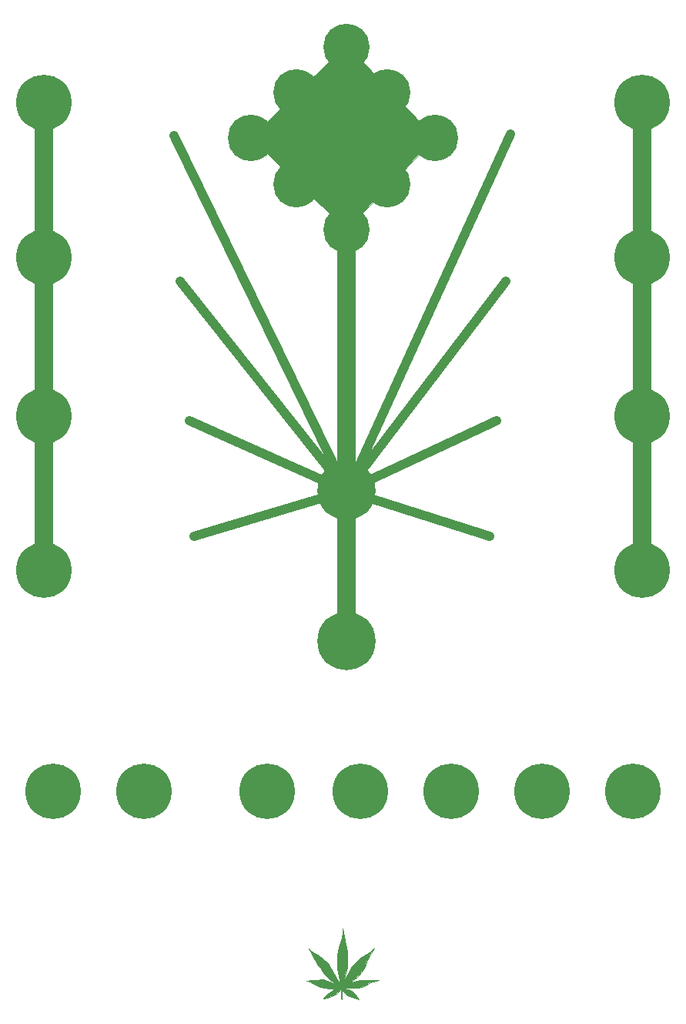
<source format=gbr>
G04 #@! TF.GenerationSoftware,KiCad,Pcbnew,(5.1.5-0)*
G04 #@! TF.CreationDate,2021-01-20T17:05:57-08:00*
G04 #@! TF.ProjectId,1050mixerseq,31303530-6d69-4786-9572-7365712e6b69,rev?*
G04 #@! TF.SameCoordinates,Original*
G04 #@! TF.FileFunction,Copper,L1,Top*
G04 #@! TF.FilePolarity,Positive*
%FSLAX46Y46*%
G04 Gerber Fmt 4.6, Leading zero omitted, Abs format (unit mm)*
G04 Created by KiCad (PCBNEW (5.1.5-0)) date 2021-01-20 17:05:57*
%MOMM*%
%LPD*%
G04 APERTURE LIST*
%ADD10C,2.000000*%
%ADD11C,1.000000*%
%ADD12C,0.100000*%
%ADD13C,6.400000*%
%ADD14C,6.100000*%
%ADD15C,5.100000*%
G04 APERTURE END LIST*
D10*
X7750000Y-26500000D02*
X7750000Y-78500000D01*
X73500000Y-26500000D02*
X73500000Y-78500000D01*
D11*
X41000000Y-69000000D02*
X24250000Y-74000000D01*
X41000000Y-69000000D02*
X56750000Y-74000000D01*
X41000000Y-69000000D02*
X57500000Y-61250000D01*
X41000000Y-69000000D02*
X23750000Y-61250000D01*
X41000000Y-69000000D02*
X22750000Y-46000000D01*
X41000000Y-69000000D02*
X58500000Y-46000000D01*
X41250000Y-68750000D02*
X59000000Y-29750000D01*
X41000000Y-69000000D02*
X22000000Y-30000000D01*
D10*
X41000000Y-85750000D02*
X41000000Y-31250000D01*
D12*
G36*
X50750000Y-30250000D02*
G01*
X41000000Y-40250000D01*
X30500000Y-30250000D01*
X41000000Y-20000000D01*
X50750000Y-30250000D01*
G37*
X50750000Y-30250000D02*
X41000000Y-40250000D01*
X30500000Y-30250000D01*
X41000000Y-20000000D01*
X50750000Y-30250000D01*
G36*
X37096400Y-119524900D02*
G01*
X37413900Y-119766200D01*
X37979050Y-120083700D01*
X38575950Y-120515500D01*
X38950600Y-120896500D01*
X39350650Y-121461650D01*
X39947550Y-122642750D01*
X40246000Y-123207900D01*
X40258700Y-123220600D01*
X39928500Y-123246000D01*
X39826900Y-123195200D01*
X39471300Y-122947550D01*
X39064900Y-122579250D01*
X38734700Y-122230000D01*
X38379100Y-121798200D01*
X38099700Y-121379100D01*
X37909200Y-121125100D01*
X37655200Y-120667900D01*
X37401200Y-120299600D01*
X37159900Y-119880500D01*
X36880500Y-119321700D01*
X37096400Y-119524900D01*
G37*
X37096400Y-119524900D02*
X37413900Y-119766200D01*
X37979050Y-120083700D01*
X38575950Y-120515500D01*
X38950600Y-120896500D01*
X39350650Y-121461650D01*
X39947550Y-122642750D01*
X40246000Y-123207900D01*
X40258700Y-123220600D01*
X39928500Y-123246000D01*
X39826900Y-123195200D01*
X39471300Y-122947550D01*
X39064900Y-122579250D01*
X38734700Y-122230000D01*
X38379100Y-121798200D01*
X38099700Y-121379100D01*
X37909200Y-121125100D01*
X37655200Y-120667900D01*
X37401200Y-120299600D01*
X37159900Y-119880500D01*
X36880500Y-119321700D01*
X37096400Y-119524900D01*
G36*
X38502925Y-122703075D02*
G01*
X38839475Y-122798325D01*
X39103000Y-122890400D01*
X39801500Y-123296800D01*
X39831980Y-123324740D01*
X39839600Y-123309500D01*
X39839600Y-123322200D01*
X39831980Y-123324740D01*
X39750700Y-123487300D01*
X40144400Y-123627000D01*
X39934850Y-123652400D01*
X39541150Y-123677800D01*
X39064900Y-123677800D01*
X38620400Y-123614300D01*
X38137800Y-123500000D01*
X37744100Y-123385700D01*
X37337700Y-123157100D01*
X37020200Y-122928500D01*
X36613800Y-122801500D01*
X37261500Y-122750700D01*
X37794900Y-122712600D01*
X38258450Y-122706250D01*
X38502925Y-122703075D01*
G37*
X38502925Y-122703075D02*
X38839475Y-122798325D01*
X39103000Y-122890400D01*
X39801500Y-123296800D01*
X39831980Y-123324740D01*
X39839600Y-123309500D01*
X39839600Y-123322200D01*
X39831980Y-123324740D01*
X39750700Y-123487300D01*
X40144400Y-123627000D01*
X39934850Y-123652400D01*
X39541150Y-123677800D01*
X39064900Y-123677800D01*
X38620400Y-123614300D01*
X38137800Y-123500000D01*
X37744100Y-123385700D01*
X37337700Y-123157100D01*
X37020200Y-122928500D01*
X36613800Y-122801500D01*
X37261500Y-122750700D01*
X37794900Y-122712600D01*
X38258450Y-122706250D01*
X38502925Y-122703075D01*
G36*
X40366650Y-123766700D02*
G01*
X39998350Y-124198500D01*
X39560200Y-124471550D01*
X39179200Y-124611250D01*
X38429900Y-124776350D01*
X38912500Y-124249300D01*
X39306200Y-123982600D01*
X39674500Y-123779400D01*
X40144400Y-123703200D01*
X40169800Y-123703200D01*
X40366650Y-123766700D01*
G37*
X40366650Y-123766700D02*
X39998350Y-124198500D01*
X39560200Y-124471550D01*
X39179200Y-124611250D01*
X38429900Y-124776350D01*
X38912500Y-124249300D01*
X39306200Y-123982600D01*
X39674500Y-123779400D01*
X40144400Y-123703200D01*
X40169800Y-123703200D01*
X40366650Y-123766700D01*
G36*
X40500000Y-123284100D02*
G01*
X40288862Y-123477775D01*
X40507937Y-123573025D01*
X41258825Y-124115950D01*
X41077850Y-124211200D01*
X40500000Y-123754000D01*
X40512700Y-124846200D01*
X40398400Y-124706500D01*
X40392050Y-123817500D01*
X40436500Y-123817500D01*
X40055500Y-123601600D01*
X39769750Y-123449200D01*
X39934850Y-123169800D01*
X40500000Y-123284100D01*
G37*
X40500000Y-123284100D02*
X40288862Y-123477775D01*
X40507937Y-123573025D01*
X41258825Y-124115950D01*
X41077850Y-124211200D01*
X40500000Y-123754000D01*
X40512700Y-124846200D01*
X40398400Y-124706500D01*
X40392050Y-123817500D01*
X40436500Y-123817500D01*
X40055500Y-123601600D01*
X39769750Y-123449200D01*
X39934850Y-123169800D01*
X40500000Y-123284100D01*
G36*
X41141350Y-123741300D02*
G01*
X41693800Y-124020700D01*
X42020825Y-124347725D01*
X42155763Y-124577913D01*
X42387538Y-124847788D01*
X42081150Y-124763650D01*
X41827150Y-124687450D01*
X41649350Y-124623950D01*
X41274700Y-124490600D01*
X40915925Y-124296925D01*
X40655575Y-124011175D01*
X40531750Y-123849250D01*
X40595250Y-123887350D01*
X40569850Y-123823850D01*
X40633350Y-123652400D01*
X41141350Y-123741300D01*
G37*
X41141350Y-123741300D02*
X41693800Y-124020700D01*
X42020825Y-124347725D01*
X42155763Y-124577913D01*
X42387538Y-124847788D01*
X42081150Y-124763650D01*
X41827150Y-124687450D01*
X41649350Y-124623950D01*
X41274700Y-124490600D01*
X40915925Y-124296925D01*
X40655575Y-124011175D01*
X40531750Y-123849250D01*
X40595250Y-123887350D01*
X40569850Y-123823850D01*
X40633350Y-123652400D01*
X41141350Y-123741300D01*
G36*
X43573400Y-122738000D02*
G01*
X44005200Y-122763400D01*
X44583207Y-122773943D01*
X43903600Y-122928500D01*
X43471800Y-123119000D01*
X43128900Y-123334900D01*
X42709800Y-123500000D01*
X42176400Y-123588900D01*
X41731900Y-123614300D01*
X41154050Y-123595250D01*
X40576200Y-123576200D01*
X40512700Y-123500000D01*
X40728600Y-123436500D01*
X40735585Y-123385700D01*
X41051815Y-123258700D01*
X41585850Y-123030100D01*
X42138300Y-122826900D01*
X42532000Y-122712600D01*
X42976500Y-122712600D01*
X43573400Y-122738000D01*
G37*
X43573400Y-122738000D02*
X44005200Y-122763400D01*
X44583207Y-122773943D01*
X43903600Y-122928500D01*
X43471800Y-123119000D01*
X43128900Y-123334900D01*
X42709800Y-123500000D01*
X42176400Y-123588900D01*
X41731900Y-123614300D01*
X41154050Y-123595250D01*
X40576200Y-123576200D01*
X40512700Y-123500000D01*
X40728600Y-123436500D01*
X40735585Y-123385700D01*
X41051815Y-123258700D01*
X41585850Y-123030100D01*
X42138300Y-122826900D01*
X42532000Y-122712600D01*
X42976500Y-122712600D01*
X43573400Y-122738000D01*
G36*
X43560700Y-120083700D02*
G01*
X43319400Y-120579000D01*
X43116200Y-121036200D01*
X42855850Y-121556900D01*
X42582800Y-121912500D01*
X42271650Y-122325250D01*
X41801750Y-122718950D01*
X41300100Y-123055500D01*
X40195200Y-123652400D01*
X40220600Y-123322200D01*
X40525400Y-123271400D01*
X40773050Y-122833250D01*
X40988950Y-122369700D01*
X41154050Y-122039500D01*
X41338200Y-121747400D01*
X41503300Y-121429900D01*
X41782700Y-121074300D01*
X42062100Y-120756800D01*
X42392300Y-120464700D01*
X42735200Y-120236100D01*
X43116200Y-119982100D01*
X43509900Y-119715400D01*
X44043300Y-119321700D01*
X43560700Y-120083700D01*
G37*
X43560700Y-120083700D02*
X43319400Y-120579000D01*
X43116200Y-121036200D01*
X42855850Y-121556900D01*
X42582800Y-121912500D01*
X42271650Y-122325250D01*
X41801750Y-122718950D01*
X41300100Y-123055500D01*
X40195200Y-123652400D01*
X40220600Y-123322200D01*
X40525400Y-123271400D01*
X40773050Y-122833250D01*
X40988950Y-122369700D01*
X41154050Y-122039500D01*
X41338200Y-121747400D01*
X41503300Y-121429900D01*
X41782700Y-121074300D01*
X42062100Y-120756800D01*
X42392300Y-120464700D01*
X42735200Y-120236100D01*
X43116200Y-119982100D01*
X43509900Y-119715400D01*
X44043300Y-119321700D01*
X43560700Y-120083700D01*
G36*
X40715900Y-117950100D02*
G01*
X40817500Y-118432700D01*
X40931800Y-118889900D01*
X41014350Y-119220100D01*
X41077850Y-119601100D01*
X41122300Y-120121800D01*
X41122300Y-120655200D01*
X41071500Y-121239400D01*
X41008000Y-121760100D01*
X40865125Y-122255400D01*
X40566675Y-123271400D01*
X40353950Y-123220600D01*
X40119000Y-122306200D01*
X39945962Y-121442600D01*
X39961837Y-120655200D01*
X40014225Y-119994800D01*
X40176150Y-119220100D01*
X40411100Y-118407300D01*
X40538100Y-117632600D01*
X40601600Y-117111900D01*
X40715900Y-117950100D01*
G37*
X40715900Y-117950100D02*
X40817500Y-118432700D01*
X40931800Y-118889900D01*
X41014350Y-119220100D01*
X41077850Y-119601100D01*
X41122300Y-120121800D01*
X41122300Y-120655200D01*
X41071500Y-121239400D01*
X41008000Y-121760100D01*
X40865125Y-122255400D01*
X40566675Y-123271400D01*
X40353950Y-123220600D01*
X40119000Y-122306200D01*
X39945962Y-121442600D01*
X39961837Y-120655200D01*
X40014225Y-119994800D01*
X40176150Y-119220100D01*
X40411100Y-118407300D01*
X40538100Y-117632600D01*
X40601600Y-117111900D01*
X40715900Y-117950100D01*
D13*
X41000000Y-85500000D03*
X41000000Y-69000000D03*
D14*
X8750000Y-102000000D03*
X18750000Y-102000000D03*
X32250000Y-102000000D03*
X73500000Y-60750000D03*
X73500000Y-43350000D03*
X73500000Y-26350000D03*
X73500000Y-77750000D03*
X7750000Y-26350000D03*
D15*
X35500000Y-35250000D03*
X41000000Y-40250000D03*
X45500000Y-35250000D03*
X50750000Y-30250000D03*
X45500000Y-25250000D03*
X41000000Y-20250000D03*
X35500000Y-25250000D03*
X30500000Y-30250000D03*
D14*
X72500000Y-102000000D03*
X7750000Y-77750000D03*
X7750000Y-43350000D03*
X7750000Y-60750000D03*
X42500000Y-102000000D03*
X62500000Y-102000000D03*
X52500000Y-102000000D03*
M02*

</source>
